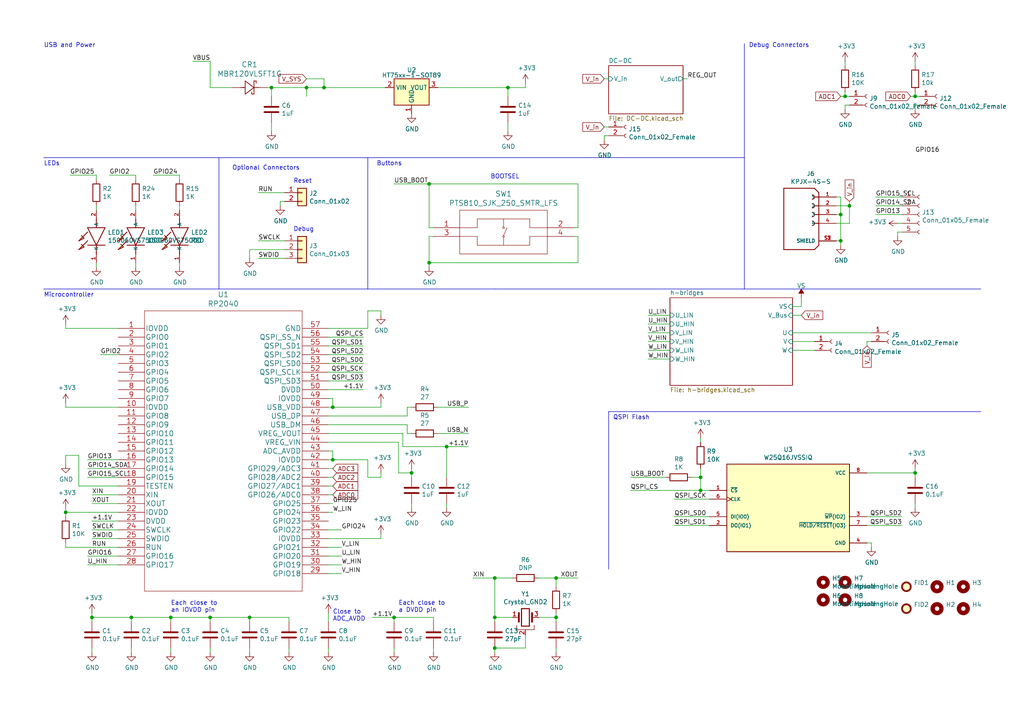
<source format=kicad_sch>
(kicad_sch (version 20220104) (generator eeschema)
  (paper "A4")
  (title_block (title "Raspberry Pi Pico Debugger Shoe") (date "2021-05-12") (rev "v02") (comment 2 "https://creativecommons.org/licenses/by/4.0/") (comment 3 "License: CC BY 4.0") (comment 4 "Author: Shawn Hymel"))
  (junction (at 72.39 179.07))
  (junction (at 147.32 25.4))
  (junction (at 78.74 25.4))
  (junction (at 203.2 138.43))
  (junction (at 19.05 148.59))
  (junction (at 265.43 27.94))
  (junction (at 96.52 133.35))
  (junction (at 161.29 179.07))
  (junction (at 129.54 129.54))
  (junction (at 96.52 118.11))
  (junction (at 161.29 167.64))
  (junction (at 26.67 179.07))
  (junction (at 57.15 -46.99))
  (junction (at 203.2 142.24))
  (junction (at 246.38 59.69))
  (junction (at 31.75 -15.24))
  (junction (at 119.38 137.16))
  (junction (at 143.51 167.64))
  (junction (at 49.53 -41.91))
  (junction (at 114.3 179.07))
  (junction (at 243.84 62.23))
  (junction (at 88.9 25.4))
  (junction (at 265.43 137.16))
  (junction (at 143.51 187.96))
  (junction (at 124.46 53.34))
  (junction (at 60.96 179.07))
  (junction (at 38.1 179.07))
  (junction (at 49.53 -36.83))
  (junction (at 124.46 76.2))
  (junction (at 143.51 179.07))
  (junction (at 49.53 179.07))
  (junction (at 243.84 69.85))
  (junction (at 245.11 27.94))
  (junction (at 93.98 25.4))
  (wire (pts (xy 96.52 115.57) (xy 96.52 118.11)))
  (wire (pts (xy 52.07 50.8) (xy 44.45 50.8)))
  (wire (pts (xy 110.49 156.21) (xy 110.49 154.94)))
  (wire (pts (xy 167.64 76.2) (xy 167.64 68.58)))
  (wire (pts (xy 72.39 179.07) (xy 60.96 179.07)))
  (wire (pts (xy 129.54 129.54) (xy 135.89 129.54)))
  (wire (pts (xy 93.98 25.4) (xy 111.76 25.4)))
  (wire (pts (xy 72.39 72.39) (xy 82.55 72.39)))
  (wire (pts (xy 88.9 25.4) (xy 93.98 25.4)))
  (wire (pts (xy 106.68 90.17) (xy 110.49 90.17)))
  (wire (pts (xy 49.53 -36.83) (xy 52.07 -36.83)))
  (polyline (pts (xy 215.9 12.7) (xy 215.9 83.82)))
  (wire (pts (xy 95.25 158.75) (xy 99.06 158.75)))
  (wire (pts (xy 25.4 138.43) (xy 34.29 138.43)))
  (wire (pts (xy 114.3 180.34) (xy 114.3 179.07)))
  (wire (pts (xy 60.96 187.96) (xy 60.96 189.23)))
  (wire (pts (xy 161.29 179.07) (xy 161.29 180.34)))
  (wire (pts (xy 195.58 144.78) (xy 205.74 144.78)))
  (wire (pts (xy 96.52 130.81) (xy 96.52 133.35)))
  (wire (pts (xy 95.25 187.96) (xy 95.25 189.23)))
  (wire (pts (xy 187.96 91.44) (xy 194.31 91.44)))
  (wire (pts (xy 251.46 152.4) (xy 261.62 152.4)))
  (polyline (pts (xy 143.51 83.82) (xy 284.48 83.82)))
  (wire (pts (xy 57.15 -49.53) (xy 55.88 -49.53)))
  (polyline (pts (xy 12.7 45.72) (xy 215.9 45.72)))
  (wire (pts (xy 127 118.11) (xy 135.89 118.11)))
  (wire (pts (xy 46.99 -49.53) (xy 48.26 -49.53)))
  (wire (pts (xy 95.25 128.27) (xy 115.57 128.27)))
  (wire (pts (xy 95.25 105.41) (xy 105.41 105.41)))
  (wire (pts (xy 88.9 25.4) (xy 88.9 27.94)))
  (polyline (pts (xy 176.53 119.38) (xy 284.48 119.38)))
  (wire (pts (xy 229.87 101.6) (xy 236.22 101.6)))
  (wire (pts (xy 39.37 76.2) (xy 39.37 77.47)))
  (wire (pts (xy 49.53 -34.29) (xy 49.53 -36.83)))
  (wire (pts (xy 265.43 146.05) (xy 265.43 147.32)))
  (wire (pts (xy 124.46 53.34) (xy 124.46 66.04)))
  (wire (pts (xy 143.51 187.96) (xy 143.51 189.23)))
  (wire (pts (xy 106.68 95.25) (xy 106.68 90.17)))
  (wire (pts (xy 147.32 25.4) (xy 147.32 27.94)))
  (wire (pts (xy 125.73 68.58) (xy 124.46 68.58)))
  (wire (pts (xy 245.11 27.94) (xy 245.11 26.67)))
  (wire (pts (xy 95.25 130.81) (xy 96.52 130.81)))
  (wire (pts (xy 198.12 22.86) (xy 199.39 22.86)))
  (wire (pts (xy 34.29 153.67) (xy 26.67 153.67)))
  (wire (pts (xy 27.94 50.8) (xy 20.32 50.8)))
  (wire (pts (xy 46.99 -39.37) (xy 49.53 -39.37)))
  (wire (pts (xy 125.73 180.34) (xy 125.73 179.07)))
  (wire (pts (xy 57.15 -46.99) (xy 57.15 -49.53)))
  (wire (pts (xy 161.29 167.64) (xy 161.29 170.18)))
  (wire (pts (xy 229.87 99.06) (xy 236.22 99.06)))
  (wire (pts (xy 19.05 132.08) (xy 19.05 134.62)))
  (wire (pts (xy 245.11 31.75) (xy 245.11 30.48)))
  (wire (pts (xy 95.25 153.67) (xy 99.06 153.67)))
  (wire (pts (xy 96.52 133.35) (xy 106.68 133.35)))
  (wire (pts (xy 31.75 -15.24) (xy 31.75 -13.97)))
  (wire (pts (xy 254 59.69) (xy 261.62 59.69)))
  (wire (pts (xy 265.43 30.48) (xy 266.7 30.48)))
  (wire (pts (xy 260.35 64.77) (xy 261.62 64.77)))
  (wire (pts (xy 95.25 113.03) (xy 105.41 113.03)))
  (wire (pts (xy 27.94 76.2) (xy 27.94 77.47)))
  (wire (pts (xy 125.73 187.96) (xy 125.73 189.23)))
  (wire (pts (xy 260.35 68.58) (xy 260.35 67.31)))
  (wire (pts (xy 25.4 135.89) (xy 34.29 135.89)))
  (wire (pts (xy 166.37 66.04) (xy 167.64 66.04)))
  (wire (pts (xy 78.74 25.4) (xy 88.9 25.4)))
  (wire (pts (xy 19.05 158.75) (xy 19.05 157.48)))
  (wire (pts (xy 124.46 76.2) (xy 167.64 76.2)))
  (wire (pts (xy 52.07 76.2) (xy 52.07 77.47)))
  (wire (pts (xy 39.37 59.69) (xy 39.37 60.96)))
  (wire (pts (xy 242.57 59.69) (xy 246.38 59.69)))
  (wire (pts (xy 173.99 -20.32) (xy 176.53 -20.32)))
  (wire (pts (xy 19.05 158.75) (xy 34.29 158.75)))
  (wire (pts (xy 246.38 27.94) (xy 245.11 27.94)))
  (wire (pts (xy 173.99 -10.16) (xy 176.53 -10.16)))
  (wire (pts (xy 265.43 31.75) (xy 265.43 30.48)))
  (wire (pts (xy 182.88 142.24) (xy 203.2 142.24)))
  (wire (pts (xy 119.38 146.05) (xy 119.38 147.32)))
  (wire (pts (xy 49.53 180.34) (xy 49.53 179.07)))
  (wire (pts (xy 52.07 52.07) (xy 52.07 50.8)))
  (wire (pts (xy 167.64 68.58) (xy 166.37 68.58)))
  (wire (pts (xy 152.4 25.4) (xy 152.4 24.13)))
  (wire (pts (xy 34.29 140.97) (xy 22.86 140.97)))
  (wire (pts (xy 46.99 -54.61) (xy 48.26 -54.61)))
  (wire (pts (xy 161.29 177.8) (xy 161.29 179.07)))
  (wire (pts (xy 265.43 19.05) (xy 265.43 17.78)))
  (wire (pts (xy 175.26 40.64) (xy 175.26 39.37)))
  (wire (pts (xy 22.86 132.08) (xy 19.05 132.08)))
  (wire (pts (xy 148.59 179.07) (xy 143.51 179.07)))
  (wire (pts (xy 26.67 187.96) (xy 26.67 189.23)))
  (wire (pts (xy 39.37 52.07) (xy 39.37 50.8)))
  (wire (pts (xy 205.74 149.86) (xy 195.58 149.86)))
  (wire (pts (xy 265.43 27.94) (xy 265.43 26.67)))
  (wire (pts (xy 118.11 125.73) (xy 119.38 125.73)))
  (wire (pts (xy 252.73 99.06) (xy 251.46 99.06)))
  (wire (pts (xy 119.38 137.16) (xy 119.38 135.89)))
  (wire (pts (xy 242.57 57.15) (xy 243.84 57.15)))
  (wire (pts (xy 72.39 180.34) (xy 72.39 179.07)))
  (wire (pts (xy 106.68 133.35) (xy 106.68 138.43)))
  (wire (pts (xy 25.4 163.83) (xy 34.29 163.83)))
  (wire (pts (xy 95.25 125.73) (xy 116.84 125.73)))
  (wire (pts (xy 27.94 59.69) (xy 27.94 60.96)))
  (wire (pts (xy 77.47 25.4) (xy 78.74 25.4)))
  (wire (pts (xy 251.46 157.48) (xy 252.73 157.48)))
  (wire (pts (xy 83.82 180.34) (xy 83.82 179.07)))
  (wire (pts (xy 232.41 88.9) (xy 232.41 86.36)))
  (wire (pts (xy 95.25 163.83) (xy 99.06 163.83)))
  (wire (pts (xy 254 57.15) (xy 261.62 57.15)))
  (wire (pts (xy 114.3 187.96) (xy 114.3 189.23)))
  (wire (pts (xy 193.04 138.43) (xy 182.88 138.43)))
  (wire (pts (xy 251.46 99.06) (xy 251.46 100.33)))
  (wire (pts (xy 96.52 140.97) (xy 95.25 140.97)))
  (wire (pts (xy 95.25 156.21) (xy 110.49 156.21)))
  (wire (pts (xy 242.57 64.77) (xy 246.38 64.77)))
  (wire (pts (xy 96.52 138.43) (xy 95.25 138.43)))
  (wire (pts (xy 34.29 151.13) (xy 26.67 151.13)))
  (wire (pts (xy 46.99 -36.83) (xy 49.53 -36.83)))
  (wire (pts (xy 95.25 177.8) (xy 95.25 180.34)))
  (wire (pts (xy 96.52 118.11) (xy 110.49 118.11)))
  (wire (pts (xy 129.54 138.43) (xy 129.54 129.54)))
  (wire (pts (xy 187.96 104.14) (xy 194.31 104.14)))
  (wire (pts (xy 167.64 66.04) (xy 167.64 53.34)))
  (wire (pts (xy 147.32 35.56) (xy 147.32 38.1)))
  (wire (pts (xy 26.67 179.07) (xy 26.67 177.8)))
  (wire (pts (xy 38.1 180.34) (xy 38.1 179.07)))
  (wire (pts (xy 83.82 179.07) (xy 72.39 179.07)))
  (wire (pts (xy 60.96 180.34) (xy 60.96 179.07)))
  (wire (pts (xy 254 62.23) (xy 261.62 62.23)))
  (wire (pts (xy 19.05 95.25) (xy 19.05 93.98)))
  (wire (pts (xy 38.1 187.96) (xy 38.1 189.23)))
  (wire (pts (xy 125.73 179.07) (xy 114.3 179.07)))
  (wire (pts (xy 24.13 -16.51) (xy 24.13 -15.24)))
  (wire (pts (xy 124.46 53.34) (xy 114.3 53.34)))
  (wire (pts (xy 203.2 127) (xy 203.2 128.27)))
  (wire (pts (xy 246.38 59.69) (xy 246.38 58.42)))
  (wire (pts (xy 72.39 74.93) (xy 72.39 72.39)))
  (wire (pts (xy 34.29 146.05) (xy 26.67 146.05)))
  (wire (pts (xy 49.53 -41.91) (xy 52.07 -41.91)))
  (wire (pts (xy 81.28 58.42) (xy 81.28 59.69)))
  (wire (pts (xy 95.25 133.35) (xy 96.52 133.35)))
  (wire (pts (xy 152.4 184.15) (xy 152.4 187.96)))
  (wire (pts (xy 95.25 110.49) (xy 105.41 110.49)))
  (wire (pts (xy 46.99 -41.91) (xy 49.53 -41.91)))
  (wire (pts (xy 127 25.4) (xy 147.32 25.4)))
  (wire (pts (xy 49.53 179.07) (xy 38.1 179.07)))
  (wire (pts (xy 55.88 -46.99) (xy 57.15 -46.99)))
  (polyline (pts (xy 12.7 83.82) (xy 143.51 83.82)))
  (wire (pts (xy 82.55 74.93) (xy 74.93 74.93)))
  (wire (pts (xy 82.55 58.42) (xy 81.28 58.42)))
  (wire (pts (xy 95.25 100.33) (xy 105.41 100.33)))
  (wire (pts (xy 115.57 128.27) (xy 115.57 137.16)))
  (wire (pts (xy 107.95 179.07) (xy 114.3 179.07)))
  (wire (pts (xy 95.25 146.05) (xy 96.52 146.05)))
  (wire (pts (xy 39.37 50.8) (xy 31.75 50.8)))
  (wire (pts (xy 124.46 68.58) (xy 124.46 76.2)))
  (polyline (pts (xy 63.5 45.72) (xy 63.5 83.82)))
  (wire (pts (xy 93.98 25.4) (xy 93.98 22.86)))
  (wire (pts (xy 19.05 149.86) (xy 19.05 148.59)))
  (wire (pts (xy 205.74 152.4) (xy 195.58 152.4)))
  (wire (pts (xy 95.25 107.95) (xy 105.41 107.95)))
  (wire (pts (xy 147.32 25.4) (xy 152.4 25.4)))
  (wire (pts (xy 203.2 142.24) (xy 203.2 138.43)))
  (wire (pts (xy 124.46 66.04) (xy 125.73 66.04)))
  (wire (pts (xy 156.21 167.64) (xy 161.29 167.64)))
  (wire (pts (xy 83.82 187.96) (xy 83.82 189.23)))
  (wire (pts (xy 251.46 137.16) (xy 265.43 137.16)))
  (wire (pts (xy 115.57 137.16) (xy 119.38 137.16)))
  (wire (pts (xy 95.25 120.65) (xy 118.11 120.65)))
  (wire (pts (xy 167.64 53.34) (xy 124.46 53.34)))
  (wire (pts (xy 187.96 101.6) (xy 194.31 101.6)))
  (wire (pts (xy 49.53 -41.91) (xy 49.53 -39.37)))
  (wire (pts (xy 110.49 90.17) (xy 110.49 91.44)))
  (wire (pts (xy 57.15 -45.72) (xy 57.15 -46.99)))
  (wire (pts (xy 119.38 137.16) (xy 119.38 138.43)))
  (wire (pts (xy 187.96 96.52) (xy 194.31 96.52)))
  (wire (pts (xy 265.43 27.94) (xy 264.16 27.94)))
  (wire (pts (xy 78.74 25.4) (xy 78.74 27.94)))
  (wire (pts (xy 95.25 115.57) (xy 96.52 115.57)))
  (wire (pts (xy 25.4 161.29) (xy 34.29 161.29)))
  (wire (pts (xy 60.96 17.78) (xy 60.96 25.4)))
  (wire (pts (xy 265.43 135.89) (xy 265.43 137.16)))
  (wire (pts (xy 242.57 69.85) (xy 243.84 69.85)))
  (wire (pts (xy 229.87 96.52) (xy 252.73 96.52)))
  (wire (pts (xy 260.35 67.31) (xy 261.62 67.31)))
  (wire (pts (xy 95.25 161.29) (xy 99.06 161.29)))
  (wire (pts (xy 116.84 125.73) (xy 116.84 129.54)))
  (wire (pts (xy 96.52 135.89) (xy 95.25 135.89)))
  (wire (pts (xy 124.46 76.2) (xy 124.46 77.47)))
  (wire (pts (xy 95.25 123.19) (xy 118.11 123.19)))
  (wire (pts (xy 265.43 137.16) (xy 265.43 138.43)))
  (wire (pts (xy 29.21 102.87) (xy 34.29 102.87)))
  (wire (pts (xy 157.48 -20.32) (xy 166.37 -20.32)))
  (wire (pts (xy 245.11 27.94) (xy 243.84 27.94)))
  (wire (pts (xy 82.55 69.85) (xy 74.93 69.85)))
  (wire (pts (xy 19.05 148.59) (xy 34.29 148.59)))
  (wire (pts (xy 243.84 62.23) (xy 243.84 69.85)))
  (wire (pts (xy 252.73 157.48) (xy 252.73 158.75)))
  (wire (pts (xy 243.84 69.85) (xy 243.84 71.12)))
  (wire (pts (xy 95.25 97.79) (xy 105.41 97.79)))
  (wire (pts (xy 82.55 55.88) (xy 74.93 55.88)))
  (wire (pts (xy 95.25 118.11) (xy 96.52 118.11)))
  (polyline (pts (xy 176.53 165.1) (xy 176.53 119.38)))
  (wire (pts (xy 229.87 91.44) (xy 232.41 91.44)))
  (wire (pts (xy 19.05 95.25) (xy 34.29 95.25)))
  (wire (pts (xy 60.96 25.4) (xy 67.31 25.4)))
  (wire (pts (xy 116.84 129.54) (xy 129.54 129.54)))
  (wire (pts (xy 78.74 35.56) (xy 78.74 38.1)))
  (wire (pts (xy 242.57 62.23) (xy 243.84 62.23)))
  (wire (pts (xy 143.51 179.07) (xy 143.51 167.64)))
  (wire (pts (xy 157.48 -10.16) (xy 166.37 -10.16)))
  (wire (pts (xy 19.05 147.32) (xy 19.05 148.59)))
  (polyline (pts (xy 106.68 45.72) (xy 106.68 83.82)))
  (wire (pts (xy 34.29 156.21) (xy 26.67 156.21)))
  (wire (pts (xy 118.11 123.19) (xy 118.11 125.73)))
  (wire (pts (xy 93.98 22.86) (xy 88.9 22.86)))
  (wire (pts (xy 175.26 22.86) (xy 176.53 22.86)))
  (wire (pts (xy 110.49 138.43) (xy 110.49 137.16)))
  (wire (pts (xy 245.11 19.05) (xy 245.11 17.78)))
  (wire (pts (xy 27.94 52.07) (xy 27.94 50.8)))
  (wire (pts (xy 156.21 179.07) (xy 161.29 179.07)))
  (wire (pts (xy 143.51 167.64) (xy 148.59 167.64)))
  (wire (pts (xy 24.13 -15.24) (xy 31.75 -15.24)))
  (wire (pts (xy 95.25 95.25) (xy 106.68 95.25)))
  (wire (pts (xy 110.49 118.11) (xy 110.49 116.84)))
  (wire (pts (xy 118.11 118.11) (xy 119.38 118.11)))
  (wire (pts (xy 95.25 102.87) (xy 105.41 102.87)))
  (wire (pts (xy 251.46 149.86) (xy 261.62 149.86)))
  (wire (pts (xy 200.66 138.43) (xy 203.2 138.43)))
  (wire (pts (xy 175.26 36.83) (xy 176.53 36.83)))
  (wire (pts (xy 106.68 138.43) (xy 110.49 138.43)))
  (wire (pts (xy 46.99 -34.29) (xy 49.53 -34.29)))
  (wire (pts (xy 95.25 166.37) (xy 99.06 166.37)))
  (wire (pts (xy 205.74 142.24) (xy 203.2 142.24)))
  (wire (pts (xy 96.52 143.51) (xy 95.25 143.51)))
  (wire (pts (xy 161.29 187.96) (xy 161.29 189.23)))
  (wire (pts (xy 38.1 179.07) (xy 26.67 179.07)))
  (wire (pts (xy 129.54 146.05) (xy 129.54 147.32)))
  (wire (pts (xy 243.84 57.15) (xy 243.84 62.23)))
  (wire (pts (xy 22.86 140.97) (xy 22.86 132.08)))
  (wire (pts (xy 72.39 187.96) (xy 72.39 189.23)))
  (wire (pts (xy 203.2 138.43) (xy 203.2 135.89)))
  (wire (pts (xy 60.96 179.07) (xy 49.53 179.07)))
  (wire (pts (xy 143.51 167.64) (xy 137.16 167.64)))
  (wire (pts (xy 95.25 148.59) (xy 96.52 148.59)))
  (wire (pts (xy 229.87 88.9) (xy 232.41 88.9)))
  (wire (pts (xy 175.26 39.37) (xy 176.53 39.37)))
  (wire (pts (xy 19.05 118.11) (xy 19.05 116.84)))
  (wire (pts (xy 266.7 27.94) (xy 265.43 27.94)))
  (wire (pts (xy 118.11 120.65) (xy 118.11 118.11)))
  (wire (pts (xy 245.11 30.48) (xy 246.38 30.48)))
  (wire (pts (xy 60.96 17.78) (xy 55.88 17.78)))
  (wire (pts (xy 49.53 187.96) (xy 49.53 189.23)))
  (wire (pts (xy 26.67 179.07) (xy 26.67 180.34)))
  (wire (pts (xy 19.05 118.11) (xy 34.29 118.11)))
  (wire (pts (xy 246.38 64.77) (xy 246.38 59.69)))
  (wire (pts (xy 187.96 93.98) (xy 194.31 93.98)))
  (wire (pts (xy 25.4 133.35) (xy 34.29 133.35)))
  (wire (pts (xy 143.51 180.34) (xy 143.51 179.07)))
  (wire (pts (xy 127 125.73) (xy 135.89 125.73)))
  (wire (pts (xy 34.29 143.51) (xy 26.67 143.51)))
  (wire (pts (xy 152.4 187.96) (xy 143.51 187.96)))
  (wire (pts (xy 52.07 59.69) (xy 52.07 60.96)))
  (wire (pts (xy 31.75 -16.51) (xy 31.75 -15.24)))
  (wire (pts (xy 161.29 167.64) (xy 167.64 167.64)))
  (wire (pts (xy 46.99 -46.99) (xy 48.26 -46.99)))
  (wire (pts (xy 187.96 99.06) (xy 194.31 99.06)))
  (text "Optional Connectors" (at 67.31 49.53 0) (effects (font (size 1.27 1.27)) (justify left bottom)))
  (text "USB and Power" (at 12.7 13.97 0) (effects (font (size 1.27 1.27)) (justify left bottom)))
  (text "Debug Connectors" (at 217.17 13.97 0) (effects (font (size 1.27 1.27)) (justify left bottom)))
  (text "QSPI Flash" (at 177.8 121.92 0) (effects (font (size 1.27 1.27)) (justify left bottom)))
  (text "Debug" (at 85.09 67.31 0) (effects (font (size 1.27 1.27)) (justify left bottom)))
  (text "Each close to\na DVDD pin" (at 115.57 177.8 0) (effects (font (size 1.27 1.27)) (justify left bottom)))
  (text "Reset" (at 85.09 53.34 0) (effects (font (size 1.27 1.27)) (justify left bottom)))
  (text "Buttons" (at 109.22 48.26 0) (effects (font (size 1.27 1.27)) (justify left bottom)))
  (text "LEDs" (at 12.7 48.26 0) (effects (font (size 1.27 1.27)) (justify left bottom)))
  (text "Each close to\nan IOVDD pin" (at 49.53 177.8 0) (effects (font (size 1.27 1.27)) (justify left bottom)))
  (text "Close to\nADC_AVDD" (at 96.52 180.34 0) (effects (font (size 1.27 1.27)) (justify left bottom)))
  (text "Microcontroller" (at 12.7 86.36 0) (effects (font (size 1.27 1.27)) (justify left bottom)))
  (text "BOOTSEL" (at 142.24 52.07 0) (effects (font (size 1.27 1.27)) (justify left bottom)))
  (label "USB_BOOT" (at 182.88 138.43 0))
  (label "GPIO2" (at 29.21 102.87 0))
  (label "SWDIO" (at 26.67 156.21 0))
  (label "REG_OUT" (at 199.39 22.86 0))
  (label "GPIO14_SDA" (at 25.4 135.89 0))
  (label "QSPI_SD3" (at 261.62 152.4 180))
  (label "XOUT" (at 26.67 146.05 0))
  (label "XIN" (at 137.16 167.64 0))
  (label "SWCLK" (at 74.93 69.85 0))
  (label "QSPI_SD0" (at 195.58 149.86 0))
  (label "W_LIN" (at 187.96 101.6 0))
  (label "W_LIN" (at 96.52 148.59 0))
  (label "V_HIN" (at 99.06 166.37 0))
  (label "SWCLK" (at 26.67 153.67 0))
  (label "SWDIO" (at 74.93 74.93 0))
  (label "VBUS" (at 48.26 -54.61 0))
  (label "RUN" (at 26.67 158.75 0))
  (label "QSPI_SD2" (at 261.62 149.86 180))
  (label "U_HIN" (at 187.96 93.98 0))
  (label "USB_P" (at 52.07 -36.83 0))
  (label "+1.1V" (at 105.41 113.03 180))
  (label "U_LIN" (at 187.96 91.44 0))
  (label "V_LIN" (at 99.06 158.75 0))
  (label "USB_N" (at 135.89 125.73 180))
  (label "XOUT" (at 167.64 167.64 180))
  (label "RUN" (at 74.93 55.88 0))
  (label "W_HIN" (at 99.06 163.83 0))
  (label "+1.1V" (at 107.95 179.07 0))
  (label "GPIO14_SDA" (at 254 59.69 0))
  (label "V_LIN" (at 187.96 96.52 0))
  (label "QSPI_SD0" (at 105.41 105.41 180))
  (label "QSPI_SD1" (at 195.58 152.4 0))
  (label "USB_P" (at 135.89 118.11 180))
  (label "GPIO24" (at 99.06 153.67 0))
  (label "GPIO2" (at 31.75 50.8 0))
  (label "GPIO25" (at 96.52 146.05 0))
  (label "REG_OUT" (at 157.48 -20.32 0))
  (label "GPIO24" (at 44.45 50.8 0))
  (label "GPIO13" (at 254 62.23 0))
  (label "+1.1V" (at 135.89 129.54 180))
  (label "QSPI_SCK" (at 105.41 107.95 180))
  (label "GPIO25" (at 20.32 50.8 0))
  (label "GPIO16" (at 265.43 44.45 0))
  (label "QSPI_SCK" (at 195.58 144.78 0))
  (label "U_LIN" (at 99.06 161.29 0))
  (label "USB_BOOT" (at 114.3 53.34 0))
  (label "W_HIN" (at 187.96 104.14 0))
  (label "GPIO13" (at 25.4 133.35 0))
  (label "VBUS" (at 55.88 17.78 0))
  (label "V_HIN" (at 187.96 99.06 0))
  (label "GPIO15_SCL" (at 254 57.15 0))
  (label "GPIO16" (at 25.4 161.29 0))
  (label "REG_OUT" (at 157.48 -10.16 0))
  (label "XIN" (at 26.67 143.51 0))
  (label "QSPI_CS" (at 105.41 97.79 180))
  (label "GPIO15_SCL" (at 25.4 138.43 0))
  (label "QSPI_CS" (at 182.88 142.24 0))
  (label "QSPI_SD1" (at 105.41 100.33 180))
  (label "+1.1V" (at 26.67 151.13 0))
  (label "U_HIN" (at 25.4 163.83 0))
  (label "QSPI_SD3" (at 105.41 110.49 180))
  (label "QSPI_SD2" (at 105.41 102.87 180))
  (label "USB_N" (at 52.07 -41.91 0))
  (global_label "V_in" (shape input) (at 175.26 36.83 180) (property "Intersheetrefs" "${INTERSHEET_REFS}" (effects hide)))
  (global_label "ADC3" (shape input) (at 96.52 135.89 0) (property "Intersheetrefs" "${INTERSHEET_REFS}" (effects hide)))
  (global_label "ADC2" (shape input) (at 96.52 138.43 0) (property "Intersheetrefs" "${INTERSHEET_REFS}" (effects hide)))
  (global_label "V_in" (shape input) (at 246.38 58.42 90) (property "Intersheetrefs" "${INTERSHEET_REFS}" (effects hide)))
  (global_label "ADC0" (shape input) (at 264.16 27.94 180) (property "Intersheetrefs" "${INTERSHEET_REFS}" (effects hide)))
  (global_label "V_SYS" (shape input) (at 88.9 22.86 180) (property "Intersheetrefs" "${INTERSHEET_REFS}" (effects hide)))
  (global_label "V_SYS" (shape input) (at 176.53 -10.16 0) (property "Intersheetrefs" "${INTERSHEET_REFS}" (effects hide)))
  (global_label "ADC1" (shape input) (at 96.52 140.97 0) (property "Intersheetrefs" "${INTERSHEET_REFS}" (effects hide)))
  (global_label "V_in" (shape input) (at 232.41 91.44 0) (property "Intersheetrefs" "${INTERSHEET_REFS}" (effects hide)))
  (global_label "V_in" (shape input) (at 251.46 100.33 270) (property "Intersheetrefs" "${INTERSHEET_REFS}" (effects hide)))
  (global_label "ADC1" (shape input) (at 243.84 27.94 180) (property "Intersheetrefs" "${INTERSHEET_REFS}" (effects hide)))
  (global_label "V_in" (shape input) (at 175.26 22.86 180) (property "Intersheetrefs" "${INTERSHEET_REFS}" (effects hide)))
  (global_label "ADC0" (shape input) (at 96.52 143.51 0) (property "Intersheetrefs" "${INTERSHEET_REFS}" (effects hide)))
  (symbol (lib_id "rpi-pico-debugger-shoe-rescue:RP2040-2021-05-11_23-45-12") (at 34.29 95.25 0) (unit 1)
    (property "Reference" "U1" (at 64.77 85.4202 0) (effects (font (size 1.524 1.524))))
    (property "Value" "RP2040" (at 64.77 88.1126 0) (effects (font (size 1.524 1.524))))
    (property "Footprint" "rp2040:RP2040" (effects hide))
    (property "Digi-Key_PN" "TBD" (effects hide))
    (property "LCSC Part" "C2040" (effects hide))
  )
  (symbol (lib_id "rpi-pico-debugger-shoe-rescue:MBR120VLSFT1G-2021-05-12_00-49-18") (at 67.31 25.4 0) (unit 1)
    (property "Reference" "CR1" (at 72.39 18.7198 0) (effects (font (size 1.524 1.524))))
    (property "Value" "MBR120VLSFT1G" (at 72.39 21.4122 0) (effects (font (size 1.524 1.524))))
    (property "Footprint" "mbr120vlsft1g:MBR120VLSFT1G" (effects hide))
    (property "Digi-Key_PN" "MBR120VLSFT1GOSCT-ND" (effects hide))
    (property "LCSC Part" "C190475" (effects hide))
  )
  (symbol (lib_id "rpi-pico-debugger-shoe-rescue:PTS810_SJK_250_SMTR_LFS-2021-05-12_02-12-02") (at 125.73 66.04 0) (unit 1)
    (property "Reference" "SW1" (at 146.05 56.2102 0) (effects (font (size 1.524 1.524))))
    (property "Value" "PTS810_SJK_250_SMTR_LFS" (at 146.05 58.9026 0) (effects (font (size 1.524 1.524))))
    (property "Footprint" "Button_Switch_SMD:SW_SPST_PTS810" (effects hide))
    (property "Digi-Key_PN" "CKN10503CT-ND" (effects hide))
    (property "LCSC Part" "C116501" (effects hide))
  )
  (symbol (lib_id "rpi-pico-debugger-shoe-rescue:W25Q16JVSSIQ-W25Q16JVSSIQ") (at 228.6 147.32 0) (unit 1)
    (property "Reference" "U3" (at 228.6 130.3782 0))
    (property "Value" "W25Q16JVSSIQ" (at 228.6 132.6896 0))
    (property "Footprint" "W25Q16JVSSIQ:SOIC127P790X216-8N" (effects hide))
    (property "PRICE" "None" (effects hide))
    (property "AVAILABILITY" "Unavailable" (effects hide))
    (property "MF" "Winbond Electronics" (effects hide))
    (property "MP" "W25Q16JVSSIQ" (effects hide))
    (property "PACKAGE" "SOIC-8 Winbond" (effects hide))
    (property "DESCRIPTION" "3v 16m-Bit Serial Flash Memory With Dual" (effects hide))
    (property "Digi-Key_PN" "256-W25Q16JVSSIM-ND" (effects hide))
    (property "LCSC Part" "C82317" (effects hide))
  )
  (symbol (lib_id "power:GND") (at 119.38 33.02 0) (unit 1)
    (property "Reference" "#PWR0101" (effects hide))
    (property "Value" "GND" (at 119.507 37.4142 0))
  )
  (symbol (lib_id "Device:C") (at 78.74 31.75 0) (unit 1)
    (property "Reference" "C6" (at 81.661 30.5816 0) (effects (justify left)))
    (property "Value" "1uF" (at 81.661 32.893 0) (effects (justify left)))
    (property "Footprint" "Capacitor_SMD:C_0603_1608Metric_Pad1.08x0.95mm_HandSolder" (effects hide))
    (property "Digi-Key_PN" "1276-6524-1-ND" (effects hide))
    (property "LCSC Part" "C15849" (effects hide))
  )
  (symbol (lib_id "Device:C") (at 147.32 31.75 0) (unit 1)
    (property "Reference" "C14" (at 150.241 30.5816 0) (effects (justify left)))
    (property "Value" "1uF" (at 150.241 32.893 0) (effects (justify left)))
    (property "Footprint" "Capacitor_SMD:C_0603_1608Metric_Pad1.08x0.95mm_HandSolder" (effects hide))
    (property "Digi-Key_PN" "1276-6524-1-ND" (effects hide))
    (property "LCSC" "C15849" (effects hide))
  )
  (symbol (lib_id "power:GND") (at 78.74 38.1 0) (unit 1)
    (property "Reference" "#PWR0102" (effects hide))
    (property "Value" "GND" (at 78.867 42.4942 0))
  )
  (symbol (lib_id "power:GND") (at 147.32 38.1 0) (unit 1)
    (property "Reference" "#PWR0103" (effects hide))
    (property "Value" "GND" (at 147.447 42.4942 0))
  )
  (symbol (lib_id "power:+3.3V") (at 152.4 24.13 0) (unit 1)
    (property "Reference" "#PWR0104" (effects hide))
    (property "Value" "+3.3V" (at 152.781 19.7358 0))
  )
  (symbol (lib_id "power:+3.3V") (at 19.05 93.98 0) (unit 1)
    (property "Reference" "#PWR0106" (effects hide))
    (property "Value" "+3.3V" (at 19.431 89.5858 0))
  )
  (symbol (lib_id "power:GND") (at 19.05 134.62 0) (unit 1)
    (property "Reference" "#PWR0107" (effects hide))
    (property "Value" "GND" (at 19.177 139.0142 0))
  )
  (symbol (lib_id "power:+3.3V") (at 19.05 147.32 0) (unit 1)
    (property "Reference" "#PWR0108" (effects hide))
    (property "Value" "+3.3V" (at 19.431 142.9258 0))
  )
  (symbol (lib_id "Mechanical:MountingHole") (at 279.4 170.18 0) (unit 1)
    (property "Reference" "H3" (at 281.94 169.0116 0) (effects (justify left)))
    (property "Value" "MountingHole" (effects hide))
    (property "Footprint" "MountingHole:MountingHole_2.1mm" (effects hide))
  )
  (symbol (lib_id "Mechanical:MountingHole") (at 279.4 176.53 0) (unit 1)
    (property "Reference" "H4" (at 281.94 175.3616 0) (effects (justify left)))
    (property "Value" "MountingHole" (effects hide))
    (property "Footprint" "MountingHole:MountingHole_2.1mm" (effects hide))
  )
  (symbol (lib_id "Mechanical:MountingHole") (at 271.78 176.53 0) (unit 1)
    (property "Reference" "H2" (at 274.32 175.3616 0) (effects (justify left)))
    (property "Value" "MountingHole" (effects hide))
    (property "Footprint" "MountingHole:MountingHole_2.1mm" (effects hide))
  )
  (symbol (lib_id "Mechanical:MountingHole") (at 271.78 170.18 0) (unit 1)
    (property "Reference" "H1" (at 274.32 169.0116 0) (effects (justify left)))
    (property "Value" "MountingHole" (effects hide))
    (property "Footprint" "MountingHole:MountingHole_2.1mm" (effects hide))
  )
  (symbol (lib_id "Mechanical:Fiducial") (at 262.89 170.18 0) (unit 1)
    (property "Reference" "FID1" (at 265.049 169.0116 0) (effects (justify left)))
    (property "Value" "Fiducial" (effects hide))
    (property "Footprint" "Fiducial:Fiducial_1mm_Mask2mm" (effects hide))
  )
  (symbol (lib_id "Mechanical:Fiducial") (at 262.89 176.53 0) (unit 1)
    (property "Reference" "FID2" (at 265.049 175.3616 0) (effects (justify left)))
    (property "Value" "Fiducial" (effects hide))
    (property "Footprint" "Fiducial:Fiducial_1mm_Mask2mm" (effects hide))
  )
  (symbol (lib_id "power:+3.3V") (at 19.05 116.84 0) (unit 1)
    (property "Reference" "#PWR0109" (effects hide))
    (property "Value" "+3.3V" (at 19.431 112.4458 0))
  )
  (symbol (lib_id "power:+3.3V") (at 110.49 154.94 0) (unit 1)
    (property "Reference" "#PWR0110" (effects hide))
    (property "Value" "+3.3V" (at 110.871 150.5458 0))
  )
  (symbol (lib_id "power:+3.3V") (at 110.49 137.16 0) (unit 1)
    (property "Reference" "#PWR0111" (effects hide))
    (property "Value" "+3.3V" (at 110.871 132.7658 0))
  )
  (symbol (lib_id "Device:R") (at 123.19 125.73 270) (unit 1)
    (property "Reference" "R5" (at 123.19 120.4722 90))
    (property "Value" "27" (at 123.19 122.7836 90))
    (property "Footprint" "Resistor_SMD:R_0603_1608Metric_Pad0.98x0.95mm_HandSolder" (effects hide))
    (property "Digi-Key_PN" "311-27.0HRCT-ND" (effects hide))
    (property "LCSC Part" "C25190" (effects hide))
  )
  (symbol (lib_id "Device:R") (at 123.19 118.11 270) (unit 1)
    (property "Reference" "R4" (at 123.19 112.8522 90))
    (property "Value" "27" (at 123.19 115.1636 90))
    (property "Footprint" "Resistor_SMD:R_0603_1608Metric_Pad0.98x0.95mm_HandSolder" (effects hide))
    (property "Digi-Key_PN" "311-27.0HRCT-ND" (effects hide))
    (property "LCSC Part" "C25190" (effects hide))
  )
  (symbol (lib_id "power:+3.3V") (at 110.49 116.84 0) (unit 1)
    (property "Reference" "#PWR0112" (effects hide))
    (property "Value" "+3.3V" (at 110.871 112.4458 0))
  )
  (symbol (lib_id "Device:C") (at 129.54 142.24 0) (unit 1)
    (property "Reference" "C12" (at 132.461 141.0716 0) (effects (justify left)))
    (property "Value" "1uF" (at 132.461 143.383 0) (effects (justify left)))
    (property "Footprint" "Capacitor_SMD:C_0603_1608Metric_Pad1.08x0.95mm_HandSolder" (effects hide))
    (property "Digi-Key_PN" "1276-6524-1-ND" (effects hide))
    (property "LCSC Part" "C15849" (effects hide))
  )
  (symbol (lib_id "power:GND") (at 129.54 147.32 0) (unit 1)
    (property "Reference" "#PWR0113" (effects hide))
    (property "Value" "GND" (at 129.667 151.7142 0))
  )
  (symbol (lib_id "Device:C") (at 119.38 142.24 0) (unit 1)
    (property "Reference" "C10" (at 122.301 141.0716 0) (effects (justify left)))
    (property "Value" "1uF" (at 122.301 143.383 0) (effects (justify left)))
    (property "Footprint" "Capacitor_SMD:C_0603_1608Metric_Pad1.08x0.95mm_HandSolder" (effects hide))
    (property "Digi-Key_PN" "1276-6524-1-ND" (effects hide))
    (property "LCSC Part" "C15849" (effects hide))
  )
  (symbol (lib_id "power:+3.3V") (at 119.38 135.89 0) (unit 1)
    (property "Reference" "#PWR0114" (effects hide))
    (property "Value" "+3.3V" (at 119.761 131.4958 0))
  )
  (symbol (lib_id "power:GND") (at 119.38 147.32 0) (unit 1)
    (property "Reference" "#PWR0115" (effects hide))
    (property "Value" "GND" (at 119.507 151.7142 0))
  )
  (symbol (lib_id "power:GND") (at 110.49 91.44 0) (unit 1)
    (property "Reference" "#PWR0116" (effects hide))
    (property "Value" "GND" (at 110.617 95.8342 0))
  )
  (symbol (lib_id "Device:C") (at 114.3 184.15 0) (unit 1)
    (property "Reference" "C9" (at 117.221 182.9816 0) (effects (justify left)))
    (property "Value" "0.1uF" (at 117.221 185.293 0) (effects (justify left)))
    (property "Footprint" "Capacitor_SMD:C_0603_1608Metric_Pad1.08x0.95mm_HandSolder" (effects hide))
    (property "Digi-Key_PN" "311-1344-1-ND" (effects hide))
    (property "LCSC Part" "C14663" (effects hide))
  )
  (symbol (lib_id "Device:C") (at 125.73 184.15 0) (unit 1)
    (property "Reference" "C11" (at 128.651 182.9816 0) (effects (justify left)))
    (property "Value" "0.1uF" (at 128.651 185.293 0) (effects (justify left)))
    (property "Footprint" "Capacitor_SMD:C_0603_1608Metric_Pad1.08x0.95mm_HandSolder" (effects hide))
    (property "Digi-Key_PN" "311-1344-1-ND" (effects hide))
    (property "LCSC Part" "C14663" (effects hide))
  )
  (symbol (lib_id "power:GND") (at 114.3 189.23 0) (unit 1)
    (property "Reference" "#PWR0129" (effects hide))
    (property "Value" "GND" (at 114.427 193.6242 0))
  )
  (symbol (lib_id "power:GND") (at 125.73 189.23 0) (unit 1)
    (property "Reference" "#PWR0128" (effects hide))
    (property "Value" "GND" (at 125.857 193.6242 0))
  )
  (symbol (lib_id "Device:C") (at 26.67 184.15 0) (unit 1)
    (property "Reference" "C1" (at 29.591 182.9816 0) (effects (justify left)))
    (property "Value" "0.1uF" (at 29.591 185.293 0) (effects (justify left)))
    (property "Footprint" "Capacitor_SMD:C_0603_1608Metric_Pad1.08x0.95mm_HandSolder" (effects hide))
    (property "Digi-Key_PN" "311-1344-1-ND" (effects hide))
    (property "LCSC Part" "C14663" (effects hide))
  )
  (symbol (lib_id "power:GND") (at 26.67 189.23 0) (unit 1)
    (property "Reference" "#PWR0127" (effects hide))
    (property "Value" "GND" (at 26.797 193.6242 0))
  )
  (symbol (lib_id "Device:C") (at 38.1 184.15 0) (unit 1)
    (property "Reference" "C2" (at 41.021 182.9816 0) (effects (justify left)))
    (property "Value" "0.1uF" (at 41.021 185.293 0) (effects (justify left)))
    (property "Footprint" "Capacitor_SMD:C_0603_1608Metric_Pad1.08x0.95mm_HandSolder" (effects hide))
    (property "Digi-Key_PN" "311-1344-1-ND" (effects hide))
    (property "LCSC Part" "C14663" (effects hide))
  )
  (symbol (lib_id "Device:C") (at 49.53 184.15 0) (unit 1)
    (property "Reference" "C3" (at 52.451 182.9816 0) (effects (justify left)))
    (property "Value" "0.1uF" (at 52.451 185.293 0) (effects (justify left)))
    (property "Footprint" "Capacitor_SMD:C_0603_1608Metric_Pad1.08x0.95mm_HandSolder" (effects hide))
    (property "Digi-Key_PN" "311-1344-1-ND" (effects hide))
    (property "LCSC Part" "C14663" (effects hide))
  )
  (symbol (lib_id "Device:C") (at 60.96 184.15 0) (unit 1)
    (property "Reference" "C4" (at 63.881 182.9816 0) (effects (justify left)))
    (property "Value" "0.1uF" (at 63.881 185.293 0) (effects (justify left)))
    (property "Footprint" "Capacitor_SMD:C_0603_1608Metric_Pad1.08x0.95mm_HandSolder" (effects hide))
    (property "Digi-Key_PN" "311-1344-1-ND" (effects hide))
    (property "LCSC part" "C14663" (effects hide))
  )
  (symbol (lib_id "Device:C") (at 72.39 184.15 0) (unit 1)
    (property "Reference" "C5" (at 75.311 182.9816 0) (effects (justify left)))
    (property "Value" "0.1uF" (at 75.311 185.293 0) (effects (justify left)))
    (property "Footprint" "Capacitor_SMD:C_0603_1608Metric_Pad1.08x0.95mm_HandSolder" (effects hide))
    (property "Digi-Key_PN" "311-1344-1-ND" (effects hide))
    (property "LCSC Part" "C14663" (effects hide))
  )
  (symbol (lib_id "Device:C") (at 83.82 184.15 0) (unit 1)
    (property "Reference" "C7" (at 86.741 182.9816 0) (effects (justify left)))
    (property "Value" "0.1uF" (at 86.741 185.293 0) (effects (justify left)))
    (property "Footprint" "Capacitor_SMD:C_0603_1608Metric_Pad1.08x0.95mm_HandSolder" (effects hide))
    (property "Digi-Key_PN" "311-1344-1-ND" (effects hide))
    (property "LCSC Part" "C14663" (effects hide))
  )
  (symbol (lib_id "power:GND") (at 38.1 189.23 0) (unit 1)
    (property "Reference" "#PWR0126" (effects hide))
    (property "Value" "GND" (at 38.227 193.6242 0))
  )
  (symbol (lib_id "power:GND") (at 49.53 189.23 0) (unit 1)
    (property "Reference" "#PWR0125" (effects hide))
    (property "Value" "GND" (at 49.657 193.6242 0))
  )
  (symbol (lib_id "power:GND") (at 60.96 189.23 0) (unit 1)
    (property "Reference" "#PWR0124" (effects hide))
    (property "Value" "GND" (at 61.087 193.6242 0))
  )
  (symbol (lib_id "power:GND") (at 72.39 189.23 0) (unit 1)
    (property "Reference" "#PWR0123" (effects hide))
    (property "Value" "GND" (at 72.517 193.6242 0))
  )
  (symbol (lib_id "power:GND") (at 83.82 189.23 0) (unit 1)
    (property "Reference" "#PWR0122" (effects hide))
    (property "Value" "GND" (at 83.947 193.6242 0))
  )
  (symbol (lib_id "power:+3.3V") (at 26.67 177.8 0) (unit 1)
    (property "Reference" "#PWR0121" (effects hide))
    (property "Value" "+3.3V" (at 27.051 173.4058 0))
  )
  (symbol (lib_id "Device:C") (at 95.25 184.15 0) (unit 1)
    (property "Reference" "C8" (at 98.171 182.9816 0) (effects (justify left)))
    (property "Value" "0.1uF" (at 98.171 185.293 0) (effects (justify left)))
    (property "Footprint" "Capacitor_SMD:C_0603_1608Metric_Pad1.08x0.95mm_HandSolder" (effects hide))
    (property "Digi-Key_PN" "311-1344-1-ND" (effects hide))
    (property "LCSC Part" "C14663" (effects hide))
  )
  (symbol (lib_id "power:GND") (at 95.25 189.23 0) (unit 1)
    (property "Reference" "#PWR0120" (effects hide))
    (property "Value" "GND" (at 95.377 193.6242 0))
  )
  (symbol (lib_id "power:+3.3V") (at 95.25 177.8 0) (unit 1)
    (property "Reference" "#PWR0119" (effects hide))
    (property "Value" "+3.3V" (at 95.631 173.4058 0))
  )
  (symbol (lib_id "Device:C") (at 143.51 184.15 0) (unit 1)
    (property "Reference" "C13" (at 146.431 182.9816 0) (effects (justify left)))
    (property "Value" "27pF" (at 146.431 185.293 0) (effects (justify left)))
    (property "Footprint" "Capacitor_SMD:C_0603_1608Metric_Pad1.08x0.95mm_HandSolder" (effects hide))
    (property "Digi-Key_PN" "311-1063-1-ND" (effects hide))
    (property "LCSC Part" "C1656" (effects hide))
  )
  (symbol (lib_id "Device:C") (at 161.29 184.15 0) (unit 1)
    (property "Reference" "C15" (at 164.211 182.9816 0) (effects (justify left)))
    (property "Value" "27pF" (at 164.211 185.293 0) (effects (justify left)))
    (property "Footprint" "Capacitor_SMD:C_0603_1608Metric_Pad1.08x0.95mm_HandSolder" (effects hide))
    (property "Digi-Key_PN" "311-1063-1-ND" (effects hide))
    (property "LCSC Part" "C1656" (effects hide))
  )
  (symbol (lib_id "Device:R") (at 161.29 173.99 0) (unit 1)
    (property "Reference" "R7" (at 163.068 172.8216 0) (effects (justify left)))
    (property "Value" "1K" (at 163.068 175.133 0) (effects (justify left)))
    (property "Footprint" "Resistor_SMD:R_0603_1608Metric_Pad0.98x0.95mm_HandSolder" (effects hide))
    (property "Digi-Key_PN" "311-1.00KHRCT-ND" (effects hide))
    (property "LCSC Part" "C21190" (effects hide))
  )
  (symbol (lib_id "Device:R") (at 152.4 167.64 270) (unit 1)
    (property "Reference" "R6" (at 152.4 162.3822 90))
    (property "Value" "DNP" (at 152.4 164.6936 90))
    (property "Footprint" "Resistor_SMD:R_0603_1608Metric_Pad0.98x0.95mm_HandSolder" (effects hide))
  )
  (symbol (lib_id "power:GND") (at 143.51 189.23 0) (unit 1)
    (property "Reference" "#PWR0117" (effects hide))
    (property "Value" "GND" (at 143.637 193.6242 0))
  )
  (symbol (lib_id "power:GND") (at 161.29 189.23 0) (unit 1)
    (property "Reference" "#PWR0118" (effects hide))
    (property "Value" "GND" (at 161.417 193.6242 0))
  )
  (symbol (lib_id "Device:C") (at 265.43 142.24 0) (unit 1)
    (property "Reference" "C16" (at 268.351 141.0716 0) (effects (justify left)))
    (property "Value" "0.1uF" (at 268.351 143.383 0) (effects (justify left)))
    (property "Footprint" "Capacitor_SMD:C_0603_1608Metric_Pad1.08x0.95mm_HandSolder" (effects hide))
    (property "Digi-Key_PN" "311-1344-1-ND" (effects hide))
    (property "LCSC Part" "C14663" (effects hide))
  )
  (symbol (lib_id "Device:R") (at 203.2 132.08 0) (unit 1)
    (property "Reference" "R9" (at 204.978 130.9116 0) (effects (justify left)))
    (property "Value" "10K" (at 204.978 133.223 0) (effects (justify left)))
    (property "Footprint" "Resistor_SMD:R_0603_1608Metric_Pad0.98x0.95mm_HandSolder" (effects hide))
    (property "Digi-Key_PN" "311-10KGRCT-ND" (effects hide))
    (property "LCSC Part" "C25804" (effects hide))
  )
  (symbol (lib_id "Device:R") (at 196.85 138.43 270) (unit 1)
    (property "Reference" "R8" (at 196.85 133.1722 90))
    (property "Value" "1K" (at 196.85 135.4836 90))
    (property "Footprint" "Resistor_SMD:R_0603_1608Metric_Pad0.98x0.95mm_HandSolder" (effects hide))
    (property "Digi-Key_PN" "311-1.00KHRCT-ND" (effects hide))
    (property "LCSC Part" "C21190" (effects hide))
  )
  (symbol (lib_id "power:+3.3V") (at 203.2 127 0) (unit 1)
    (property "Reference" "#PWR0130" (effects hide))
    (property "Value" "+3.3V" (at 203.581 122.6058 0))
  )
  (symbol (lib_id "power:GND") (at 265.43 147.32 0) (unit 1)
    (property "Reference" "#PWR0131" (effects hide))
    (property "Value" "GND" (at 265.557 151.7142 0))
  )
  (symbol (lib_id "power:GND") (at 252.73 158.75 0) (unit 1)
    (property "Reference" "#PWR0132" (effects hide))
    (property "Value" "GND" (at 252.857 163.1442 0))
  )
  (symbol (lib_id "power:+3.3V") (at 265.43 135.89 0) (unit 1)
    (property "Reference" "#PWR0133" (effects hide))
    (property "Value" "+3.3V" (at 265.811 131.4958 0))
  )
  (symbol (lib_id "power:GND") (at 124.46 77.47 0) (unit 1)
    (property "Reference" "#PWR0134" (effects hide))
    (property "Value" "GND" (at 124.587 81.8642 0))
  )
  (symbol (lib_id "rpi-pico-debugger-shoe-rescue:150060VS75000-150060VS75000") (at 27.94 76.2 90) (unit 1)
    (property "Reference" "LED1" (at 31.242 67.4116 90) (effects (justify right)))
    (property "Value" "150060VS75000" (at 31.242 69.723 90) (effects (justify right)))
    (property "Footprint" "LED_SMD:LED_0805_2012Metric_Castellated" (effects hide))
    (property "MOUSER_PART_NUMBER" "710-150060VS75000" (effects hide))
    (property "DESCRIPTION" "LED,Wurth Elektronik,150060VS75000 Wurth Elektronik 150060VS75000, WL-SMCW Series Green LED, 570 nm, 1608 (0603) Clear, Rectangle Lens SMD Package" (effects hide))
    (property "MOUSER_PRICE-STOCK" "https://www.mouser.com/Search/Refine.aspx?Keyword=710-150060VS75000" (effects hide))
    (property "RS_PART_NUMBER" "8154215P" (effects hide))
    (property "HEIGHT" "0.8mm" (effects hide))
    (property "RS_PRICE-STOCK" "http://uk.rs-online.com/web/p/products/8154215P" (effects hide))
    (property "MANUFACTURER_NAME" "Wurth Elektronik" (effects hide))
    (property "MANUFACTURER_PART_NUMBER" "150060VS75000" (effects hide))
    (property "Digi-Key_PN" "732-4980-1-ND" (effects hide))
    (property "LCSC Part" "C2293" (effects hide))
  )
  (symbol (lib_id "Device:R") (at 27.94 55.88 0) (unit 1)
    (property "Reference" "R2" (at 29.718 54.7116 0) (effects (justify left)))
    (property "Value" "1K" (at 29.718 57.023 0) (effects (justify left)))
    (property "Footprint" "Resistor_SMD:R_0603_1608Metric_Pad0.98x0.95mm_HandSolder" (effects hide))
    (property "Digi-Key_PN" "311-1.00KHRCT-ND" (effects hide))
    (property "LCSC Part" "C21190" (effects hide))
  )
  (symbol (lib_id "power:GND") (at 27.94 77.47 0) (unit 1)
    (property "Reference" "#PWR0135" (effects hide))
    (property "Value" "GND" (at 28.067 81.8642 0))
  )
  (symbol (lib_id "Connector_Generic:Conn_01x03") (at 87.63 72.39 0) (unit 1)
    (property "Reference" "J3" (at 89.662 71.3232 0) (effects (justify left)))
    (property "Value" "Conn_01x03" (at 89.662 73.6346 0) (effects (justify left)))
    (property "Footprint" "custom:PinHeader_1x03_P2.54mm_Vertical_no-silk" (effects hide))
  )
  (symbol (lib_id "power:GND") (at 72.39 74.93 0) (unit 1)
    (property "Reference" "#PWR0136" (effects hide))
    (property "Value" "GND" (at 72.517 79.3242 0))
  )
  (symbol (lib_id "Device:R") (at 19.05 153.67 0) (unit 1)
    (property "Reference" "R1" (at 20.828 152.5016 0) (effects (justify left)))
    (property "Value" "10K" (at 20.828 154.813 0) (effects (justify left)))
    (property "Footprint" "Resistor_SMD:R_0603_1608Metric_Pad0.98x0.95mm_HandSolder" (effects hide))
    (property "Digi-Key_PN" "311-10KGRCT-ND" (effects hide))
    (property "LCSC Part" "C25804" (effects hide))
  )
  (symbol (lib_id "Connector_Generic:Conn_01x02") (at 87.63 55.88 0) (unit 1)
    (property "Reference" "J2" (at 89.662 56.0832 0) (effects (justify left)))
    (property "Value" "Conn_01x02" (at 89.662 58.3946 0) (effects (justify left)))
    (property "Footprint" "custom:PinHeader_1x02_P2.54mm_Vertical_no-silk" (effects hide))
  )
  (symbol (lib_id "power:GND") (at 81.28 59.69 0) (unit 1)
    (property "Reference" "#PWR0137" (effects hide))
    (property "Value" "GND" (at 81.407 64.0842 0))
  )
  (symbol (lib_id "Device:R") (at 245.11 22.86 180) (unit 1)
    (property "Reference" "R16" (at 246.888 21.6916 0) (effects (justify right)))
    (property "Value" "10K" (at 246.888 24.003 0) (effects (justify right)))
    (property "Footprint" "Resistor_SMD:R_0603_1608Metric" (effects hide))
    (property "LCSC Part" "C25804" (effects hide))
  )
  (symbol (lib_id "Connector:Conn_01x02_Female") (at 251.46 27.94 0) (unit 1)
    (property "Reference" "J9" (at 252.1712 28.5496 0) (effects (justify left)))
    (property "Value" "Conn_01x02_Female" (at 252.1712 30.861 0) (effects (justify left)))
    (property "Footprint" "Connector_JST:JST_XH_B2B-XH-A_1x02_P2.50mm_Vertical" (effects hide))
    (property "LCSC Part" "C20079" (effects hide))
  )
  (symbol (lib_id "Connector:USB_C_Receptacle_USB2.0") (at 31.75 -39.37 0) (unit 1)
    (property "Reference" "J14" (at 34.4678 -61.3918 0))
    (property "Value" "USB_C_Receptacle_USB2.0" (at 34.4678 -59.0804 0))
    (property "Footprint" "Connector_USB:USB_C_Receptacle_XKB_U262-16XN-4BVC11" (effects hide))
    (property "Datasheet" "https://www.usb.org/sites/default/files/documents/usb_type-c.zip" (effects hide))
    (property "LCSC Part" "C167321" (effects hide))
  )
  (symbol (lib_id "power:GND") (at 245.11 31.75 0) (unit 1)
    (property "Reference" "#PWR0143" (effects hide))
    (property "Value" "GND" (at 245.237 36.1442 0))
  )
  (symbol (lib_id "Device:R") (at 52.07 -49.53 270) (unit 1)
    (property "Reference" "R19" (at 52.07 -54.7878 90))
    (property "Value" "5.1k" (at 52.07 -52.4764 90))
    (property "Footprint" "Resistor_SMD:R_0603_1608Metric" (effects hide))
    (property "LCSC Part" "C23186" (effects hide))
  )
  (symbol (lib_id "power:GND") (at 31.75 -13.97 0) (unit 1)
    (property "Reference" "#PWR0147" (effects hide))
    (property "Value" "GND" (at 31.877 -9.5758 0))
  )
  (symbol (lib_id "power:+3.3V") (at 245.11 17.78 0) (unit 1)
    (property "Reference" "#PWR0148" (effects hide))
    (property "Value" "+3.3V" (at 245.491 13.3858 0))
  )
  (symbol (lib_id "Device:R") (at 265.43 22.86 180) (unit 1)
    (property "Reference" "R17" (at 267.208 21.6916 0) (effects (justify right)))
    (property "Value" "10k" (at 267.208 24.003 0) (effects (justify right)))
    (property "Footprint" "Resistor_SMD:R_0603_1608Metric" (effects hide))
    (property "LCSC Part" "C25804" (effects hide))
  )
  (symbol (lib_id "Connector:Conn_01x02_Female") (at 271.78 27.94 0) (unit 1)
    (property "Reference" "J12" (at 272.4912 28.5496 0) (effects (justify left)))
    (property "Value" "Conn_01x02_Female" (at 272.4912 30.861 0) (effects (justify left)))
    (property "Footprint" "Connector_JST:JST_XH_B2B-XH-A_1x02_P2.50mm_Vertical" (effects hide))
    (property "LCSC Part" "C20079" (effects hide))
  )
  (symbol (lib_id "power:GND") (at 265.43 31.75 0) (unit 1)
    (property "Reference" "#PWR0149" (effects hide))
    (property "Value" "GND" (at 265.557 36.1442 0))
  )
  (symbol (lib_id "power:+3.3V") (at 265.43 17.78 0) (unit 1)
    (property "Reference" "#PWR0150" (effects hide))
    (property "Value" "+3.3V" (at 265.811 13.3858 0))
  )
  (symbol (lib_id "Device:R") (at 52.07 -46.99 270) (unit 1)
    (property "Reference" "R20" (at 52.07 -52.2478 90))
    (property "Value" "5.1k" (at 52.07 -49.9364 90))
    (property "Footprint" "Resistor_SMD:R_0603_1608Metric" (effects hide))
    (property "LCSC Part" "C23186" (effects hide))
  )
  (symbol (lib_id "power:GND") (at 57.15 -45.72 0) (unit 1)
    (property "Reference" "#PWR0155" (effects hide))
    (property "Value" "GND" (at 57.277 -41.3258 0))
  )
  (symbol (lib_id "rpi-pico-debugger-shoe-rescue:150060VS75000-150060VS75000") (at 52.07 76.2 90) (unit 1)
    (property "Reference" "LED2" (at 55.372 67.4116 90) (effects (justify right)))
    (property "Value" "RED" (at 55.372 69.723 90) (effects (justify right)))
    (property "Footprint" "LED_SMD:LED_0805_2012Metric_Castellated" (effects hide))
    (property "MOUSER_PART_NUMBER" "710-150060VS75000" (effects hide))
    (property "DESCRIPTION" "LED,Wurth Elektronik,150060VS75000 Wurth Elektronik 150060VS75000, WL-SMCW Series Green LED, 570 nm, 1608 (0603) Clear, Rectangle Lens SMD Package" (effects hide))
    (property "MOUSER_PRICE-STOCK" "https://www.mouser.com/Search/Refine.aspx?Keyword=710-150060VS75000" (effects hide))
    (property "RS_PART_NUMBER" "8154215P" (effects hide))
    (property "HEIGHT" "0.8mm" (effects hide))
    (property "RS_PRICE-STOCK" "http://uk.rs-online.com/web/p/products/8154215P" (effects hide))
    (property "MANUFACTURER_NAME" "Wurth Elektronik" (effects hide))
    (property "MANUFACTURER_PART_NUMBER" "150060VS75000" (effects hide))
    (property "Digi-Key_PN" "732-4980-1-ND" (effects hide))
    (property "LCSC Part" "C2296" (effects hide))
  )
  (symbol (lib_id "Device:R") (at 52.07 55.88 0) (unit 1)
    (property "Reference" "R15" (at 53.848 54.7116 0) (effects (justify left)))
    (property "Value" "1K" (at 53.848 57.023 0) (effects (justify left)))
    (property "Footprint" "Resistor_SMD:R_0603_1608Metric_Pad0.98x0.95mm_HandSolder" (effects hide))
    (property "Digi-Key_PN" "311-1.00KHRCT-ND" (effects hide))
    (property "LCSC Part" "C21190" (effects hide))
  )
  (symbol (lib_id "power:GND") (at 52.07 77.47 0) (unit 1)
    (property "Reference" "#PWR0153" (effects hide))
    (property "Value" "GND" (at 52.197 81.8642 0))
  )
  (symbol (lib_id "KPJX-4S:KPJX-4S-S") (at 232.41 62.23 0) (unit 1)
    (property "Reference" "J6" (at 235.1278 50.3682 0))
    (property "Value" "KPJX-4S-S" (at 235.1278 52.6796 0))
    (property "Footprint" "KPJX-4S-S:KYCON_KPJX-4S-S" (effects hide))
    (property "STANDARD" "Manufacturer recommendations" (effects hide))
    (property "MAXIMUM_PACKAGE_HEIGHT" "15.0mm" (effects hide))
    (property "PARTREV" "A15" (effects hide))
    (property "MANUFACTURER" "KYCON" (effects hide))
  )
  (symbol (lib_id "power:GND") (at 243.84 71.12 0) (unit 1)
    (property "Reference" "#PWR0140" (effects hide))
    (property "Value" "GND" (at 243.967 75.5142 0))
  )
  (symbol (lib_id "power:GND") (at 260.35 68.58 0) (unit 1)
    (property "Reference" "#PWR0154" (effects hide))
    (property "Value" "GND" (at 260.477 72.9742 0))
  )
  (symbol (lib_id "Connector:Conn_01x05_Female") (at 266.7 62.23 0) (unit 1)
    (property "Reference" "J13" (at 267.4112 61.5696 0) (effects (justify left)))
    (property "Value" "Conn_01x05_Female" (at 267.4112 63.881 0) (effects (justify left)))
    (property "Footprint" "Connector_JST:JST_XH_B5B-XH-A_1x05_P2.50mm_Vertical" (effects hide))
  )
  (symbol (lib_id "Mechanical:MountingHole") (at 238.76 168.91 0) (unit 1)
    (property "Reference" "H5" (at 241.3 167.7416 0) (effects (justify left)))
    (property "Value" "MountingHole" (at 241.3 170.053 0) (effects (justify left)))
    (property "Footprint" "MountingHole:MountingHole_3.2mm_M3" (effects hide))
  )
  (symbol (lib_id "Mechanical:MountingHole") (at 245.11 168.91 0) (unit 1)
    (property "Reference" "H7" (at 247.65 167.7416 0) (effects (justify left)))
    (property "Value" "MountingHole" (at 247.65 170.053 0) (effects (justify left)))
    (property "Footprint" "MountingHole:MountingHole_3.2mm_M3" (effects hide))
  )
  (symbol (lib_id "Mechanical:MountingHole") (at 238.76 173.99 0) (unit 1)
    (property "Reference" "H6" (at 241.3 172.8216 0) (effects (justify left)))
    (property "Value" "MountingHole" (at 241.3 175.133 0) (effects (justify left)))
    (property "Footprint" "MountingHole:MountingHole_3.2mm_M3" (effects hide))
  )
  (symbol (lib_id "Mechanical:MountingHole") (at 245.11 173.99 0) (unit 1)
    (property "Reference" "H8" (at 247.65 172.8216 0) (effects (justify left)))
    (property "Value" "MountingHole" (at 247.65 175.133 0) (effects (justify left)))
    (property "Footprint" "MountingHole:MountingHole_3.2mm_M3" (effects hide))
  )
  (symbol (lib_id "power:+3.3V") (at 260.35 64.77 90) (unit 1)
    (property "Reference" "#PWR0156" (effects hide))
    (property "Value" "+3.3V" (at 257.0988 64.389 90) (effects (justify left)))
  )
  (symbol (lib_id "Device:Crystal_GND2") (at 152.4 179.07 0) (unit 1)
    (property "Reference" "Y1" (at 152.4 172.2628 0))
    (property "Value" "Crystal_GND2" (at 152.4 174.5742 0))
    (property "Footprint" "Crystal:Crystal_SMD_3225-4Pin_3.2x2.5mm" (effects hide))
    (property "LCSC Part" "C9002" (effects hide))
  )
  (symbol (lib_id "power:GND") (at 175.26 40.64 0) (unit 1)
    (property "Reference" "#PWR0144" (effects hide))
    (property "Value" "GND" (at 175.387 45.0342 0))
  )
  (symbol (lib_id "Connector:Conn_01x02_Female") (at 181.61 36.83 0) (unit 1)
    (property "Reference" "J15" (at 182.3212 37.4396 0) (effects (justify left)))
    (property "Value" "Conn_01x02_Female" (at 182.3212 39.751 0) (effects (justify left)))
    (property "Footprint" "Connector_PinHeader_1.27mm:PinHeader_1x02_P1.27mm_Vertical" (effects hide))
  )
  (symbol (lib_id "Jumper:SolderJumper_2_Bridged") (at 170.18 -10.16 180) (unit 1)
    (property "Reference" "JP3" (at 170.18 -4.953 0))
    (property "Value" "SolderJumper_2_Bridged" (at 170.18 -7.2644 0))
    (property "Footprint" "Jumper:SolderJumper-2_P1.3mm_Bridged_RoundedPad1.0x1.5mm" (effects hide))
  )
  (symbol (lib_id "power:VS") (at 232.41 86.36 0) (unit 1)
    (property "Reference" "#PWR0166" (effects hide))
    (property "Value" "VS" (at 232.41 82.9056 0))
  )
  (symbol (lib_id "Jumper:SolderJumper_2_Bridged") (at 170.18 -20.32 180) (unit 1)
    (property "Reference" "JP1" (at 170.18 -15.113 0))
    (property "Value" "SolderJumper_2_Bridged" (at 170.18 -17.4244 0))
    (property "Footprint" "Jumper:SolderJumper-2_P1.3mm_Bridged_RoundedPad1.0x1.5mm" (effects hide))
  )
  (symbol (lib_id "Device:R") (at 39.37 55.88 0) (unit 1)
    (property "Reference" "R24" (at 41.148 54.7116 0) (effects (justify left)))
    (property "Value" "1K" (at 41.148 57.023 0) (effects (justify left)))
    (property "Footprint" "Resistor_SMD:R_0603_1608Metric_Pad0.98x0.95mm_HandSolder" (effects hide))
    (property "Digi-Key_PN" "311-1.00KHRCT-ND" (effects hide))
    (property "LCSC Part" "C21190" (effects hide))
  )
  (symbol (lib_id "Regulator_Linear:HT75xx-1-SOT89") (at 119.38 27.94 0) (unit 1)
    (property "Reference" "U2" (at 119.38 20.2946 0))
    (property "Value" "HT75xx-1-SOT89" (at 119.38 21.8186 0))
    (property "Footprint" "Package_TO_SOT_SMD:SOT-89-3" (effects hide))
    (property "Datasheet" "https://www.holtek.com/documents/10179/116711/HT75xx-1v250.pdf" (effects hide))
    (property "LCSC Part" "C14289" (effects hide))
  )
  (symbol (lib_id "rpi-pico-debugger-shoe-rescue:150060VS75000-150060VS75000") (at 39.37 76.2 90) (unit 1)
    (property "Reference" "LED3" (at 42.672 67.4116 90) (effects (justify right)))
    (property "Value" "150060VS75000" (at 42.672 69.723 90) (effects (justify right)))
    (property "Footprint" "LED_SMD:LED_0805_2012Metric_Castellated" (effects hide))
    (property "MOUSER_PART_NUMBER" "710-150060VS75000" (effects hide))
    (property "DESCRIPTION" "LED,Wurth Elektronik,150060VS75000 Wurth Elektronik 150060VS75000, WL-SMCW Series Green LED, 570 nm, 1608 (0603) Clear, Rectangle Lens SMD Package" (effects hide))
    (property "MOUSER_PRICE-STOCK" "https://www.mouser.com/Search/Refine.aspx?Keyword=710-150060VS75000" (effects hide))
    (property "RS_PART_NUMBER" "8154215P" (effects hide))
    (property "HEIGHT" "0.8mm" (effects hide))
    (property "RS_PRICE-STOCK" "http://uk.rs-online.com/web/p/products/8154215P" (effects hide))
    (property "MANUFACTURER_NAME" "Wurth Elektronik" (effects hide))
    (property "MANUFACTURER_PART_NUMBER" "150060VS75000" (effects hide))
    (property "Digi-Key_PN" "732-4980-1-ND" (effects hide))
    (property "LCSC Part" "C2293" (effects hide))
  )
  (symbol (lib_id "power:VS") (at 176.53 -20.32 270) (unit 1)
    (property "Reference" "#PWR0167" (effects hide))
    (property "Value" "VS" (at 179.705 -20.0787 90) (effects (justify left)))
  )
  (symbol (lib_id "Connector:Conn_01x02_Female") (at 241.3 99.06 0) (unit 1)
    (property "Reference" "J4" (at 242.0112 99.6696 0) (effects (justify left)))
    (property "Value" "Conn_01x02_Female" (at 242.0112 101.981 0) (effects (justify left)))
    (property "Footprint" "Connector_Phoenix_MC:PhoenixContact_MC_1,5_2-G-3.81_1x02_P3.81mm_Horizontal" (effects hide))
  )
  (symbol (lib_id "power:GND") (at 39.37 77.47 0) (unit 1)
    (property "Reference" "#PWR0105" (effects hide))
    (property "Value" "GND" (at 39.497 81.8642 0))
  )
  (symbol (lib_id "Connector:Conn_01x02_Female") (at 257.81 96.52 0) (unit 1)
    (property "Reference" "J5" (at 258.5212 97.1296 0) (effects (justify left)))
    (property "Value" "Conn_01x02_Female" (at 258.5212 99.441 0) (effects (justify left)))
    (property "Footprint" "Connector_JST:JST_XH_B2B-XH-A_1x02_P2.50mm_Vertical" (effects hide))
    (property "LCSC Part" "C20079" (effects hide))
  )
  (sheet (at 176.53 19.05) (size 21.59 13.97)
    (property "Sheetname" "DC-DC" (at 176.53 18.3384 0) (effects (justify left bottom)))
    (property "Sheetfile" "DC-DC.kicad_sch" (at 176.53 33.6046 0) (effects (justify left top)))
    (pin "V_in" input (at 176.53 22.86 180))
    (pin "V_out" output (at 198.12 22.86 0))
  )
  (sheet (at 194.31 86.36) (size 35.56 25.4) (stroke (width 0.1524))
    (property "Sheetname" "h-bridges" (at 194.31 85.6484 0) (effects (justify left bottom)))
    (property "Sheetfile" "h-bridges.kicad_sch" (at 194.31 112.3446 0) (effects (justify left top)))
    (pin "U_LIN" input (at 194.31 91.44 180))
    (pin "U_HIN" input (at 194.31 93.98 180))
    (pin "U" input (at 229.87 96.52 0))
    (pin "W" input (at 229.87 101.6 0))
    (pin "V" input (at 229.87 99.06 0))
    (pin "W_HIN" input (at 194.31 104.14 180))
    (pin "V_HIN" input (at 194.31 99.06 180))
    (pin "W_LIN" input (at 194.31 101.6 180))
    (pin "V_LIN" input (at 194.31 96.52 180))
    (pin "VS" input (at 229.87 88.9 0))
    (pin "V_Bus" input (at 229.87 91.44 0))
  )
)
</source>
